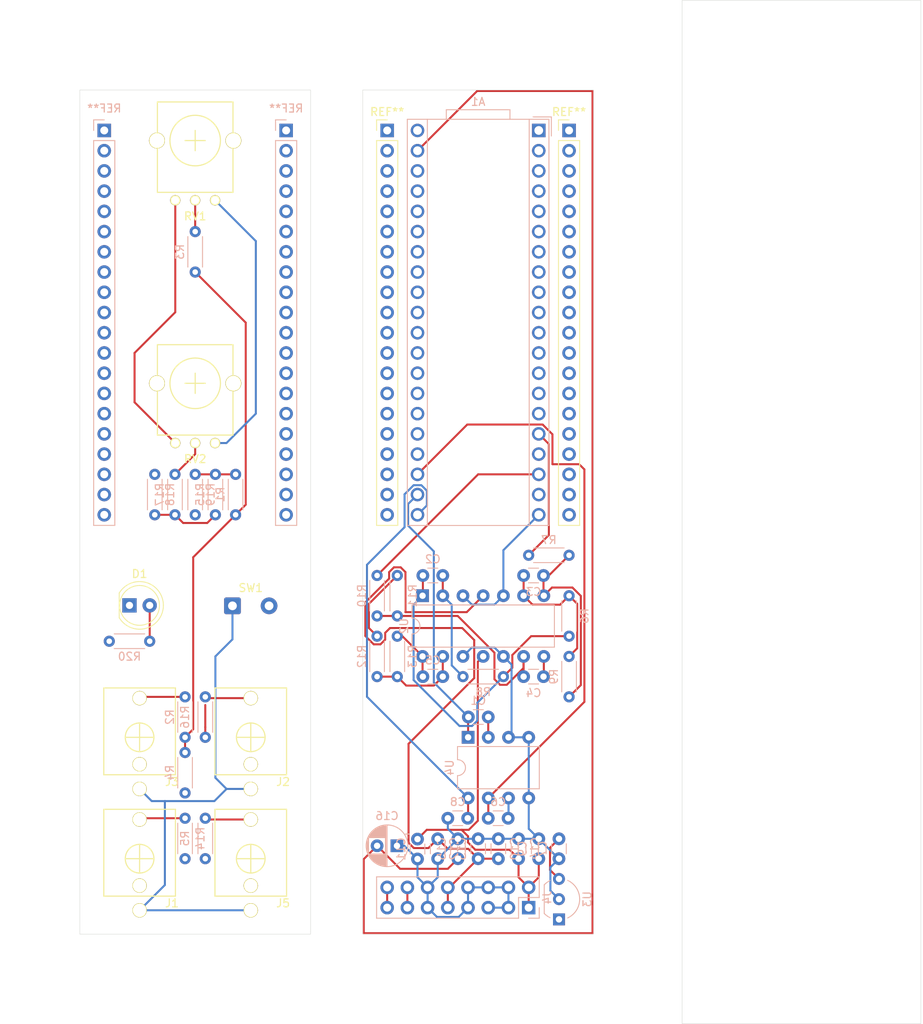
<source format=kicad_pcb>
(kicad_pcb (version 20240108) (generator "pcbnew") (generator_version "8.0")
  (layers (0 "F.Cu" signal) (31 "B.Cu" signal) (34 "B.Paste" user) (35 "F.Paste" user) (36 "B.SilkS" user "B.Silkscreen") (37 "F.SilkS" user "F.Silkscreen") (38 "B.Mask" user) (39 "F.Mask" user) (44 "Edge.Cuts" user))
  (net 0 "")
  (net 2 "ADC_IN_1")
  (net 8 "+5V")
  (net 21 "3V3_A")
  (net 22 "ADC_IN_0")
  (net 26 "GND")
  (net 27 "AUDIO_IN_L")
  (net 29 "AUDIO_OUT_L")
  (net 38 "Net-(U4A--)")
  (net 39 "Net-(U2A--)")
  (net 40 "Net-(C2-Pad2)")
  (net 41 "Net-(C3-Pad2)")
  (net 42 "Net-(U2B--)")
  (net 43 "Net-(C4-Pad2)")
  (net 44 "Net-(U2C--)")
  (net 45 "Net-(C5-Pad2)")
  (net 46 "Net-(U2D--)")
  (net 47 "Net-(U4B--)")
  (net 48 "-10V_REF")
  (net 49 "-12V")
  (net 50 "+12V")
  (net 52 "Net-(J1-PadT)")
  (net 54 "Net-(J2-PadT)")
  (net 56 "Net-(J3-PadT)")
  (net 57 "Net-(J4-CV-Pad13)")
  (net 58 "Net-(J4-GATE-Pad15)")
  (net 59 "Net-(J5-PadT)")
  (net 61 "Net-(R3-Pad1)")
  (net 62 "Net-(R17-Pad1)")
  (net 63 "LED_OUT")
  (net 64 "SWITCH_IN")
  (net 65 "Net-(D1-A)")
  (footprint "eurocad:PJ301M-12_T_S" (layer "F.Cu") (at 175.891981 117.93)
    (property "Reference" "J3")
    (property "Value" "DELAY_TIME_CV_INPUT")
  )
  (footprint "Connector_PinHeader_2.54mm:PinHeader_1x20_P2.54mm_Vertical" (layer "F.Cu") (at 207.01 41.73)
    (property "Reference" "REF**")
    (property "Value" "PinHeader_1x20_P2.54mm_Vertical")
  )
  (footprint "LED_THT:LED_D5.0mm" (layer "F.Cu") (at 174.621981 101.364123)
    (property "Reference" "D1")
    (property "Value" "LED")
  )
  (footprint "Library:Eurorack_Panel_ScrewHole_Oval" (layer "F.Cu") (at 269.24 150.9014)
    (property "Reference" "REF**" (hide yes))
    (property "Value" "Eurorack_Panel_ScrewHole_Oval" (hide yes))
  )
  (footprint "eurocad:PJ301M-12_T_S" (layer "F.Cu") (at 189.865 133.17)
    (property "Reference" "J5")
    (property "Value" "AUDIO_INPUT")
  )
  (footprint "eurocad:PJ301M-12_T_S" (layer "F.Cu") (at 175.895 133.17)
    (property "Reference" "J1")
    (property "Value" "AUDIO_OUTPUT")
  )
  (footprint "eurocad:PJ301M-12_T_S" (layer "F.Cu") (at 189.865 117.93)
    (property "Reference" "J2")
    (property "Value" "FEEDBACK_CV_INPUT")
  )
  (footprint "Library:Eurorack_Panel_ScrewHole_Oval" (layer "F.Cu") (at 248.92 28.3972)
    (property "Reference" "REF**" (hide yes))
    (property "Value" "Eurorack_Panel_ScrewHole_Oval" (hide yes))
  )
  (footprint "Connector_PinHeader_2.54mm:PinHeader_1x20_P2.54mm_Vertical" (layer "F.Cu") (at 229.87 41.73)
    (property "Reference" "REF**")
    (property "Value" "PinHeader_1x20_P2.54mm_Vertical")
  )
  (footprint "eurocad:Alpha9mmPot" (layer "F.Cu") (at 182.88 73.48)
    (property "Reference" "RV2")
    (property "Value" "FEEDBACK_POT_10K")
  )
  (footprint "eurocad:Alpha9mmPot" (layer "F.Cu") (at 182.88 43)
    (property "Reference" "RV1")
    (property "Value" "DELAY_TIME_POT_10K")
  )
  (footprint "Connector_Wire:SolderWire-0.5sqmm_1x02_P4.6mm_D0.9mm_OD2.1mm" (layer "F.Cu") (at 187.565 101.42)
    (property "Reference" "SW1")
    (property "Value" "SW_SPDT")
  )
  (footprint "Resistor_THT:R_Axial_DIN0204_L3.6mm_D1.6mm_P5.08mm_Horizontal" (layer "B.Cu") (at 208.28 110.31 90)
    (property "Reference" "R13")
    (property "Value" "100K")
  )
  (footprint "Capacitor_THT:C_Disc_D3.0mm_W1.6mm_P2.50mm" (layer "B.Cu") (at 226.06 130.67 -90)
    (property "Reference" "C9")
    (property "Value" "100nF")
  )
  (footprint "Resistor_THT:R_Axial_DIN0204_L3.6mm_D1.6mm_P5.08mm_Horizontal" (layer "B.Cu") (at 182.88 89.99 90)
    (property "Reference" "R19")
    (property "Value" "2K")
  )
  (footprint "Resistor_THT:R_Axial_DIN0204_L3.6mm_D1.6mm_P5.08mm_Horizontal" (layer "B.Cu") (at 177.8 89.99 90)
    (property "Reference" "R18")
    (property "Value" "66.5K")
  )
  (footprint "Capacitor_THT:C_Disc_D3.0mm_W1.6mm_P2.50mm" (layer "B.Cu") (at 210.82 130.71 -90)
    (property "Reference" "C11")
    (property "Value" "10µF")
  )
  (footprint "Connector_PinHeader_2.54mm:PinHeader_2x08_P2.54mm_Vertical" (layer "B.Cu") (at 224.79 139.314259 90)
    (property "Reference" "J4")
    (property "Value" "EURO_PWR_2x8")
  )
  (footprint "Resistor_THT:R_Axial_DIN0204_L3.6mm_D1.6mm_P5.08mm_Horizontal" (layer "B.Cu") (at 229.87 105.23 90)
    (property "Reference" "R6")
    (property "Value" "100K")
  )
  (footprint "Capacitor_THT:C_Disc_D3.0mm_W1.6mm_P2.50mm" (layer "B.Cu") (at 220.98 133.17 90)
    (property "Reference" "C10")
    (property "Value" "100nF")
  )
  (footprint "Package_DIP:DIP-14_W7.62mm" (layer "B.Cu") (at 211.455 100.15 -90)
    (property "Reference" "U2")
    (property "Value" "TL074")
  )
  (footprint "Capacitor_THT:C_Disc_D3.0mm_W1.6mm_P2.50mm" (layer "B.Cu") (at 224.155 97.61)
    (property "Reference" "C3")
    (property "Value" "560PF")
  )
  (footprint "Capacitor_THT:C_Disc_D3.0mm_W1.6mm_P2.50mm" (layer "B.Cu") (at 218.44 130.67 -90)
    (property "Reference" "C13")
    (property "Value" "100nF")
  )
  (footprint "Resistor_THT:R_Axial_DIN0204_L3.6mm_D1.6mm_P5.08mm_Horizontal" (layer "B.Cu") (at 181.606981 119.835 -90)
    (property "Reference" "R4")
    (property "Value" "66.5K")
  )
  (footprint "Capacitor_THT:C_Disc_D3.0mm_W1.6mm_P2.50mm" (layer "B.Cu") (at 223.52 133.17 90)
    (property "Reference" "C14")
    (property "Value" "100nF")
  )
  (footprint "Resistor_THT:R_Axial_DIN0204_L3.6mm_D1.6mm_P5.08mm_Horizontal" (layer "B.Cu") (at 205.74 105.23 -90)
    (property "Reference" "R12")
    (property "Value" "100K")
  )
  (footprint "Capacitor_THT:C_Disc_D3.0mm_W1.6mm_P2.50mm" (layer "B.Cu") (at 228.6 130.67 -90)
    (property "Reference" "C7")
    (property "Value" "100nF")
  )
  (footprint "Package_TO_SOT_THT:TO-92_Inline_Wide" (layer "B.Cu") (at 228.6 140.79 90)
    (property "Reference" "U3")
    (property "Value" "LM4040DBZ-10")
  )
  (footprint "Connector_PinSocket_2.54mm:PinSocket_1x20_P2.54mm_Vertical" (layer "B.Cu") (at 171.45 41.73 180)
    (property "Reference" "REF**")
    (property "Value" "PinSocket_1x20_P2.54mm_Vertical")
  )
  (footprint "Resistor_THT:R_Axial_DIN0204_L3.6mm_D1.6mm_P5.08mm_Horizontal" (layer "B.Cu") (at 205.74 97.61 -90)
    (property "Reference" "R10")
    (property "Value" "10K")
  )
  (footprint "Resistor_THT:R_Axial_DIN0204_L3.6mm_D1.6mm_P5.08mm_Horizontal" (layer "B.Cu") (at 185.42 84.91 -90)
    (property "Reference" "R15")
    (property "Value" "200K")
  )
  (footprint "Resistor_THT:R_Axial_DIN0204_L3.6mm_D1.6mm_P5.08mm_Horizontal" (layer "B.Cu") (at 216.535 110.31)
    (property "Reference" "R8")
    (property "Value" "100K")
  )
  (footprint "Capacitor_THT:C_Disc_D3.0mm_W1.6mm_P2.50mm" (layer "B.Cu") (at 219.71 115.38 180)
    (property "Reference" "C1")
    (property "Value" "10nF")
  )
  (footprint "Capacitor_THT:C_Disc_D3.0mm_W1.6mm_P2.50mm" (layer "B.Cu") (at 213.995 110.31 180)
    (property "Reference" "C5")
    (property "Value" "47PF")
  )
  (footprint "Resistor_THT:R_Axial_DIN0204_L3.6mm_D1.6mm_P5.08mm_Horizontal" (layer "B.Cu") (at 182.88 54.43 -90)
    (property "Reference" "R3")
    (property "Value" "66.5K")
  )
  (footprint "Resistor_THT:R_Axial_DIN0204_L3.6mm_D1.6mm_P5.08mm_Horizontal" (layer "B.Cu") (at 229.87 107.77 -90)
    (property "Reference" "R9")
    (property "Value" "10K")
  )
  (footprint "Resistor_THT:R_Axial_DIN0204_L3.6mm_D1.6mm_P5.08mm_Horizontal" (layer "B.Cu") (at 172.081981 105.865)
    (property "Reference" "R20")
    (property "Value" "1K")
  )
  (footprint "Resistor_THT:R_Axial_DIN0204_L3.6mm_D1.6mm_P5.08mm_Horizontal" (layer "B.Cu") (at 181.606981 133.17 90)
    (property "Reference" "R14")
    (property "Value" "1K")
  )
  (footprint "Resistor_THT:R_Axial_DIN0204_L3.6mm_D1.6mm_P5.08mm_Horizontal" (layer "B.Cu") (at 187.96 84.91 -90)
    (property "Reference" "R1")
    (property "Value" "200K")
  )
  (footprint "Package_DIP:DIP-8_W7.62mm" (layer "B.Cu") (at 217.18 117.93 -90)
    (property "Reference" "U4")
    (property "Value" "MCP6002-xP")
  )
  (footprint "Module:Electrosmith_Daisy_Seed" (layer "B.Cu") (at 226.06 41.73 180)
    (property "Reference" "A1")
    (property "Value" "Electrosmith_Daisy_Seed_Rev4")
  )
  (footprint "Capacitor_THT:C_Disc_D3.0mm_W1.6mm_P2.50mm" (layer "B.Cu") (at 224.155 110.31)
    (property "Reference" "C4")
    (property "Value" "47PF")
  )
  (footprint "Resistor_THT:R_Axial_DIN0204_L3.6mm_D1.6mm_P5.08mm_Horizontal" (layer "B.Cu") (at 208.28 102.69 90)
    (property "Reference" "R11")
    (property "Value" "100K")
  )
  (footprint "Capacitor_THT:CP_Radial_D5.0mm_P2.50mm" (layer "B.Cu") (at 208.24 131.55 180)
    (property "Reference" "C16")
    (property "Value" "220µF")
  )
  (footprint "Resistor_THT:R_Axial_DIN0204_L3.6mm_D1.6mm_P5.08mm_Horizontal" (layer "B.Cu") (at 184.15 112.85 -90)
    (property "Reference" "R16")
    (property "Value" "100K")
  )
  (footprint "Capacitor_THT:C_Disc_D3.0mm_W1.6mm_P2.50mm" (layer "B.Cu") (at 222.21 128.09 180)
    (property "Reference" "C6")
    (property "Value" "10nF")
  )
  (footprint "Connector_PinSocket_2.54mm:PinSocket_1x20_P2.54mm_Vertical" (layer "B.Cu") (at 194.31 41.73 180)
    (property "Reference" "REF**")
    (property "Value" "PinSocket_1x20_P2.54mm_Vertical")
  )
  (footprint "Capacitor_THT:C_Disc_D3.0mm_W1.6mm_P2.50mm" (layer "B.Cu") (at 215.9 130.67 -90)
    (property "Reference" "C15")
    (property "Value" "10µF")
  )
  (footprint "Resistor_THT:R_Axial_DIN0204_L3.6mm_D1.6mm_P5.08mm_Horizontal" (layer "B.Cu") (at 181.606981 112.85 -90)
    (property "Reference" "R2")
    (property "Value" "100K")
  )
  (footprint "Capacitor_THT:C_Disc_D3.0mm_W1.6mm_P2.50mm" (layer "B.Cu") (at 213.36 133.17 90)
    (property "Reference" "C12")
    (property "Value" "10µF")
  )
  (footprint "Capacitor_THT:C_Disc_D3.0mm_W1.6mm_P2.50mm" (layer "B.Cu") (at 217.13 128.09 180)
    (property "Reference" "C8")
    (property "Value" "100nF")
  )
  (footprint "Resistor_THT:R_Axial_DIN0204_L3.6mm_D1.6mm_P5.08mm_Horizontal" (layer "B.Cu") (at 184.15 128.09 -90)
    (property "Reference" "R5")
    (property "Value" "100K")
  )
  (footprint "Capacitor_THT:C_Disc_D3.0mm_W1.6mm_P2.50mm" (layer "B.Cu") (at 213.995 97.61 180)
    (property "Reference" "C2")
    (property "Value" "47PF")
  )
  (footprint "Resistor_THT:R_Axial_DIN0204_L3.6mm_D1.6mm_P5.08mm_Horizontal" (layer "B.Cu") (at 180.34 84.91 -90)
    (property "Reference" "R17")
    (property "Value" "66.5K")
  )
  (footprint "Resistor_THT:R_Axial_DIN0204_L3.6mm_D1.6mm_P5.08mm_Horizontal" (layer "B.Cu") (at 229.87 95.07 180)
    (property "Reference" "R7")
    (property "Value" "1K")
  )
  (gr_rect (start 168.38 36.65) (end 197.38 142.65) (stroke (width 0.05)) (fill none) (layer "Edge.Cuts"))
  (gr_rect (start 244.08 25.4) (end 274.08 153.9) (stroke (width 0.05)) (fill none) (layer "Edge.Cuts"))
  (gr_rect (start 203.94 36.65) (end 232.94 142.65) (stroke (width 0.05)) (fill none) (layer "Edge.Cuts"))
  (segment (start 219.72 125.55) (end 231.795 113.475) (width 0.25) (layer "F.Cu") (net 2))
  (segment (start 231.14 83.64) (end 227.78 83.64) (width 0.25) (layer "F.Cu") (net 2))
  (segment (start 227.78 83.64) (end 227.78 79.888299) (width 0.25) (layer "F.Cu") (net 2))
  (segment (start 227.78 79.888299) (end 226.546701 78.655) (width 0.25) (layer "F.Cu") (net 2))
  (segment (start 217.075 78.655) (end 210.82 84.91) (width 0.25) (layer "F.Cu") (net 2))
  (segment (start 231.795 113.475) (end 231.795 84.295) (width 0.25) (layer "F.Cu") (net 2))
  (segment (start 226.546701 78.655) (end 217.075 78.655) (width 0.25) (layer "F.Cu") (net 2))
  (segment (start 219.72 128.08) (end 219.71 128.09) (width 0.25) (layer "F.Cu") (net 2))
  (segment (start 231.795 84.295) (end 231.14 83.64) (width 0.25) (layer "F.Cu") (net 2))
  (segment (start 219.72 125.55) (end 219.72 128.08) (width 0.25) (layer "F.Cu") (net 2))
  (segment (start 214.63 134.44) (end 215.9 133.17) (width 0.25) (layer "F.Cu") (net 8))
  (segment (start 232.815 142.525) (end 232.815 36.775) (width 0.25) (layer "F.Cu") (net 8))
  (segment (start 218.315 36.775) (end 210.82 44.27) (width 0.25) (layer "F.Cu") (net 8))
  (segment (start 204.065 142.525) (end 232.815 142.525) (width 0.25) (layer "F.Cu") (net 8))
  (segment (start 208.63 134.44) (end 214.63 134.44) (width 0.25) (layer "F.Cu") (net 8))
  (segment (start 232.815 36.775) (end 218.315 36.775) (width 0.25) (layer "F.Cu") (net 8))
  (segment (start 204.065 133.225) (end 204.065 142.525) (width 0.25) (layer "F.Cu") (net 8))
  (segment (start 205.74 131.55) (end 208.63 134.44) (width 0.25) (layer "F.Cu") (net 8))
  (segment (start 205.74 131.55) (end 204.065 133.225) (width 0.25) (layer "F.Cu") (net 8))
  (segment (start 180.38 80.98) (end 175.26 75.86) (width 0.25) (layer "F.Cu") (net 21))
  (segment (start 175.26 69.67) (end 180.38 64.55) (width 0.25) (layer "F.Cu") (net 21))
  (segment (start 175.26 75.86) (end 175.26 69.67) (width 0.25) (layer "F.Cu") (net 21))
  (segment (start 217.18 128.04) (end 217.13 128.09) (width 0.25) (layer "F.Cu") (net 21))
  (segment (start 180.38 64.55) (end 180.38 50.5) (width 0.25) (layer "F.Cu") (net 21))
  (segment (start 217.18 125.55) (end 217.18 128.04) (width 0.25) (layer "F.Cu") (net 21))
  (segment (start 209.195 87.413299) (end 210.333299 86.275) (width 0.25) (layer "B.Cu") (net 21))
  (segment (start 210.333299 86.275) (end 211.306701 86.275) (width 0.25) (layer "B.Cu") (net 21))
  (segment (start 211.995 86.963299) (end 211.995 88.815) (width 0.25) (layer "B.Cu") (net 21))
  (segment (start 211.995 88.815) (end 210.82 89.99) (width 0.25) (layer "B.Cu") (net 21))
  (segment (start 204.47 112.84) (end 204.47 96.266396) (width 0.25) (layer "B.Cu") (net 21))
  (segment (start 217.18 125.55) (end 204.47 112.84) (width 0.25) (layer "B.Cu") (net 21))
  (segment (start 211.306701 86.275) (end 211.995 86.963299) (width 0.25) (layer "B.Cu") (net 21))
  (segment (start 204.47 96.266396) (end 209.195 91.541396) (width 0.25) (layer "B.Cu") (net 21))
  (segment (start 209.195 91.541396) (end 209.195 87.413299) (width 0.25) (layer "B.Cu") (net 21))
  (segment (start 217.18 115.41) (end 217.21 115.38) (width 0.25) (layer "F.Cu") (net 22))
  (segment (start 217.18 117.93) (end 217.18 115.41) (width 0.25) (layer "F.Cu") (net 22))
  (segment (start 209.645 88.625) (end 210.82 87.45) (width 0.25) (layer "B.Cu") (net 22))
  (segment (start 212.87 94.58) (end 209.645 91.355) (width 0.25) (layer "B.Cu") (net 22))
  (segment (start 217.21 115.38) (end 212.87 111.04) (width 0.25) (layer "B.Cu") (net 22))
  (segment (start 209.645 91.355) (end 209.645 88.625) (width 0.25) (layer "B.Cu") (net 22))
  (segment (start 212.87 111.04) (end 212.87 94.58) (width 0.25) (layer "B.Cu") (net 22))
  (segment (start 212.09 139.314259) (end 212.09 136.774259) (width 0.25) (layer "B.Cu") (net 26))
  (segment (start 222.25 139.314259) (end 219.71 139.314259) (width 0.25) (layer "B.Cu") (net 26))
  (segment (start 209.16 131.55) (end 210.82 133.21) (width 0.25) (layer "B.Cu") (net 26))
  (segment (start 224.8 125.55) (end 224.8 129.41) (width 0.25) (layer "B.Cu") (net 26))
  (segment (start 222.26 117.93) (end 224.8 117.93) (width 0.25) (layer "B.Cu") (net 26))
  (segment (start 220.49 106.645) (end 221.615 107.77) (width 0.25) (layer "B.Cu") (net 26))
  (segment (start 224.8 129.41) (end 226.06 130.67) (width 0.25) (layer "B.Cu") (net 26))
  (segment (start 185.38 50.5) (end 190.5 55.62) (width 0.25) (layer "B.Cu") (net 26))
  (segment (start 179.07 125.94) (end 185.29 125.94) (width 0.25) (layer "B.Cu") (net 26))
  (segment (start 190.5 77.29) (end 186.81 80.98) (width 0.25) (layer "B.Cu") (net 26))
  (segment (start 187.565 105.625) (end 185.42 107.77) (width 0.25) (layer "B.Cu") (net 26))
  (segment (start 222.64 108.795) (end 222.64 117.55) (width 0.25) (layer "B.Cu") (net 26))
  (segment (start 179.07 136.475) (end 179.07 125.94) (width 0.25) (layer "B.Cu") (net 26))
  (segment (start 221.615 94.435) (end 221.615 100.15) (width 0.25) (layer "B.Cu") (net 26))
  (segment (start 186.81 80.98) (end 185.38 80.98) (width 0.25) (layer "B.Cu") (net 26))
  (segment (start 213.4 133.17) (end 213.36 133.17) (width 0.25) (layer "B.Cu") (net 26))
  (segment (start 227.525 137.175) (end 227.525 134.245) (width 0.25) (layer "B.Cu") (net 26))
  (segment (start 185.29 125.94) (end 186.82 124.41) (width 0.25) (layer "B.Cu") (net 26))
  (segment (start 185.42 123.01) (end 186.82 124.41) (width 0.25) (layer "B.Cu") (net 26))
  (segment (start 175.895 139.65) (end 189.865 139.65) (width 0.25) (layer "B.Cu") (net 26))
  (segment (start 214.63 129.4) (end 215.9 130.67) (width 0.25) (layer "B.Cu") (net 26))
  (segment (start 214.63 128.09) (end 214.63 129.4) (width 0.25) (layer "B.Cu") (net 26))
  (segment (start 186.82 124.41) (end 189.865 124.41) (width 0.25) (layer "B.Cu") (net 26))
  (segment (start 228.56 133.17) (end 228.6 133.17) (width 0.25) (layer "B.Cu") (net 26))
  (segment (start 218.44 130.67) (end 220.98 130.67) (width 0.25) (layer "B.Cu") (net 26))
  (segment (start 215.995 140.489259) (end 213.265 140.489259) (width 0.25) (layer "B.Cu") (net 26))
  (segment (start 213.36 133.17) (end 213.36 135.504259) (width 0.25) (layer "B.Cu") (net 26))
  (segment (start 226.06 89.99) (end 221.615 94.435) (width 0.25) (layer "B.Cu") (net 26))
  (segment (start 187.565 101.42) (end 187.565 105.625) (width 0.25) (layer "B.Cu") (net 26))
  (segment (start 185.42 107.77) (end 185.42 123.01) (width 0.25) (layer "B.Cu") (net 26))
  (segment (start 217.66 106.645) (end 220.49 106.645) (width 0.25) (layer "B.Cu") (net 26))
  (segment (start 215.9 130.67) (end 218.44 130.67) (width 0.25) (layer "B.Cu") (net 26))
  (segment (start 215.9 130.67) (end 213.4 133.17) (width 0.25) (layer "B.Cu") (net 26))
  (segment (start 223.52 130.67) (end 226.06 130.67) (width 0.25) (layer "B.Cu") (net 26))
  (segment (start 221.615 100.15) (end 220.49 101.275) (width 0.25) (layer "B.Cu") (net 26))
  (segment (start 228.6 138.25) (end 227.525 137.175) (width 0.25) (layer "B.Cu") (net 26))
  (segment (start 222.25 136.774259) (end 219.71 136.774259) (width 0.25) (layer "B.Cu") (net 26))
  (segment (start 219.71 136.774259) (end 217.17 136.774259) (width 0.25) (layer "B.Cu") (net 26))
  (segment (start 177.421981 125.94) (end 179.07 125.94) (width 0.25) (layer "B.Cu") (net 26))
  (segment (start 175.895 139.65) (end 179.07 136.475) (width 0.25) (layer "B.Cu") (net 26))
  (segment (start 217.66 101.275) (end 216.535 100.15) (width 0.25) (layer "B.Cu") (net 26))
  (segment (start 222.25 136.774259) (end 222.25 139.314259) (width 0.25) (layer "B.Cu") (net 26))
  (segment (start 217.17 136.774259) (end 217.17 139.314259) (width 0.25) (layer "B.Cu") (net 26))
  (segment (start 210.82 135.504259) (end 212.09 136.774259) (width 0.25) (layer "B.Cu") (net 26))
  (segment (start 220.49 101.275) (end 217.66 101.275) (width 0.25) (layer "B.Cu") (net 26))
  (segment (start 213.36 135.504259) (end 212.09 136.774259) (width 0.25) (layer "B.Cu") (net 26))
  (segment (start 226.06 130.67) (end 228.56 133.17) (width 0.25) (layer "B.Cu") (net 26))
  (segment (start 224.8 117.93) (end 224.8 125.55) (width 0.25) (layer "B.Cu") (net 26))
  (segment (start 220.98 130.67) (end 223.52 130.67) (width 0.25) (layer "B.Cu") (net 26))
  (segment (start 221.615 107.77) (end 222.64 108.795) (width 0.25) (layer "B.Cu") (net 26))
  (segment (start 175.891981 124.41) (end 177.421981 125.94) (width 0.25) (layer "B.Cu") (net 26))
  (segment (start 216.535 107.77) (end 217.66 106.645) (width 0.25) (layer "B.Cu") (net 26))
  (segment (start 213.265 140.489259) (end 212.09 139.314259) (width 0.25) (layer "B.Cu") (net 26))
  (segment (start 210.82 133.21) (end 210.82 135.504259) (width 0.25) (layer "B.Cu") (net 26))
  (segment (start 222.64 117.55) (end 222.26 117.93) (width 0.25) (layer "B.Cu") (net 26))
  (segment (start 208.24 131.55) (end 209.16 131.55) (width 0.25) (layer "B.Cu") (net 26))
  (segment (start 227.525 134.245) (end 228.6 133.17) (width 0.25) (layer "B.Cu") (net 26))
  (segment (start 190.5 55.62) (end 190.5 77.29) (width 0.25) (layer "B.Cu") (net 26))
  (segment (start 217.17 139.314259) (end 215.995 140.489259) (width 0.25) (layer "B.Cu") (net 26))
  (segment (start 227.33 92.53) (end 227.33 81.1) (width 0.25) (layer "F.Cu") (net 27))
  (segment (start 224.79 95.07) (end 227.33 92.53) (width 0.25) (layer "F.Cu") (net 27))
  (segment (start 227.33 81.1) (end 226.06 79.83) (width 0.25) (layer "F.Cu") (net 27))
  (segment (start 226.06 84.91) (end 218.44 84.91) (width 0.25) (layer "F.Cu") (net 29))
  (segment (start 218.44 84.91) (end 205.74 97.61) (width 0.25) (layer "F.Cu") (net 29))
  (segment (start 182.88 59.51) (end 189.23 65.86) (width 0.25) (layer "F.Cu") (net 38))
  (segment (start 182.631981 95.318019) (end 182.631981 116.905) (width 0.25) (layer "F.Cu") (net 38))
  (segment (start 187.96 89.99) (end 182.631981 95.318019) (width 0.25) (layer "F.Cu") (net 38))
  (segment (start 219.71 117.92) (end 219.72 117.93) (width 0.25) (layer "F.Cu") (net 38))
  (segment (start 181.606981 117.93) (end 181.606981 119.835) (width 0.25) (layer "F.Cu") (net 38))
  (segment (start 182.631981 116.905) (end 181.606981 117.93) (width 0.25) (layer "F.Cu") (net 38))
  (segment (start 189.23 65.86) (end 189.23 88.72) (width 0.25) (layer "F.Cu") (net 38))
  (segment (start 219.71 115.38) (end 219.71 117.92) (width 0.25) (layer "F.Cu") (net 38))
  (segment (start 189.23 88.72) (end 187.96 89.99) (width 0.25) (layer "F.Cu") (net 38))
  (segment (start 213.995 97.61) (end 213.995 100.15) (width 0.25) (layer "F.Cu") (net 39))
  (segment (start 215.12 101.275) (end 215.12 108.895) (width 0.25) (layer "B.Cu") (net 39))
  (segment (start 215.12 108.895) (end 216.535 110.31) (width 0.25) (layer "B.Cu") (net 39))
  (segment (start 213.995 100.15) (end 215.12 101.275) (width 0.25) (layer "B.Cu") (net 39))
  (segment (start 222.74 107.594009) (end 222.74 109.185) (width 0.25) (layer "F.Cu") (net 40))
  (segment (start 229.87 105.23) (end 225.104009 105.23) (width 0.25) (layer "F.Cu") (net 40))
  (segment (start 211.495 100.11) (end 211.455 100.15) (width 0.25) (layer "F.Cu") (net 40))
  (segment (start 211.495 97.61) (end 211.495 100.11) (width 0.25) (layer "F.Cu") (net 40))
  (segment (start 222.74 109.185) (end 221.615 110.31) (width 0.25) (layer "F.Cu") (net 40))
  (segment (start 225.104009 105.23) (end 222.74 107.594009) (width 0.25) (layer "F.Cu") (net 40))
  (segment (start 211.455 100.15) (end 210.33 101.275) (width 0.25) (layer "B.Cu") (net 40))
  (segment (start 218.335 115.845991) (end 218.335 113.59) (width 0.25) (layer "B.Cu") (net 40))
  (segment (start 218.335 113.59) (end 221.615 110.31) (width 0.25) (layer "B.Cu") (net 40))
  (segment (start 210.33 101.275) (end 210.33 110.735991) (width 0.25) (layer "B.Cu") (net 40))
  (segment (start 217.675991 116.505) (end 218.335 115.845991) (width 0.25) (layer "B.Cu") (net 40))
  (segment (start 216.099009 116.505) (end 217.675991 116.505) (width 0.25) (layer "B.Cu") (net 40))
  (segment (start 210.33 110.735991) (end 216.099009 116.505) (width 0.25) (layer "B.Cu") (net 40))
  (segment (start 231.345 111.375) (end 231.345 100.175431) (width 0.25) (layer "F.Cu") (net 41))
  (segment (start 229.87 95.07) (end 227.33 97.61) (width 0.25) (layer "F.Cu") (net 41))
  (segment (start 231.345 100.175431) (end 230.294569 99.125) (width 0.25) (layer "F.Cu") (net 41))
  (segment (start 227.72 99.125) (end 226.695 100.15) (width 0.25) (layer "F.Cu") (net 41))
  (segment (start 230.294569 99.125) (end 227.72 99.125) (width 0.25) (layer "F.Cu") (net 41))
  (segment (start 229.87 112.85) (end 231.345 111.375) (width 0.25) (layer "F.Cu") (net 41))
  (segment (start 226.655 100.11) (end 226.695 100.15) (width 0.25) (layer "F.Cu") (net 41))
  (segment (start 226.655 97.61) (end 226.655 100.11) (width 0.25) (layer "F.Cu") (net 41))
  (segment (start 227.33 97.61) (end 226.655 97.61) (width 0.25) (layer "F.Cu") (net 41))
  (segment (start 224.155 100.15) (end 225.28 101.275) (width 0.25) (layer "F.Cu") (net 42))
  (segment (start 225.28 101.275) (end 228.745 101.275) (width 0.25) (layer "F.Cu") (net 42))
  (segment (start 228.745 101.275) (end 229.87 100.15) (width 0.25) (layer "F.Cu") (net 42))
  (segment (start 224.155 97.61) (end 224.155 100.15) (width 0.25) (layer "F.Cu") (net 42))
  (segment (start 230.895 101.175) (end 230.895 106.745) (width 0.25) (layer "F.Cu") (net 42))
  (segment (start 229.87 100.15) (end 230.895 101.175) (width 0.25) (layer "F.Cu") (net 42))
  (segment (start 230.895 106.745) (end 229.87 107.77) (width 0.25) (layer "F.Cu") (net 42))
  (segment (start 204.715 101.175) (end 208.28 97.61) (width 0.25) (layer "F.Cu") (net 43))
  (segment (start 205.74 105.23) (end 204.715 104.205) (width 0.25) (layer "F.Cu") (net 43))
  (segment (start 226.695 110.27) (end 226.655 110.31) (width 0.25) (layer "F.Cu") (net 43))
  (segment (start 204.715 104.205) (end 204.715 101.175) (width 0.25) (layer "F.Cu") (net 43))
  (segment (start 226.695 107.77) (end 226.695 110.27) (width 0.25) (layer "F.Cu") (net 43))
  (segment (start 224.155 109.219569) (end 224.155 107.77) (width 0.25) (layer "F.Cu") (net 44))
  (segment (start 221.190431 111.335) (end 222.039569 111.335) (width 0.25) (layer "F.Cu") (net 44))
  (segment (start 220.49 110.634569) (end 221.190431 111.335) (width 0.25) (layer "F.Cu") (net 44))
  (segment (start 220.49 107.304009) (end 220.49 110.634569) (width 0.25) (layer "F.Cu") (net 44))
  (segment (start 224.155 107.77) (end 224.155 110.31) (width 0.25) (layer "F.Cu") (net 44))
  (segment (start 205.74 102.69) (end 208.28 102.69) (width 0.25) (layer "F.Cu") (net 44))
  (segment (start 208.28 102.69) (end 215.875991 102.69) (width 0.25) (layer "F.Cu") (net 44))
  (segment (start 222.039569 111.335) (end 224.155 109.219569) (width 0.25) (layer "F.Cu") (net 44))
  (segment (start 215.875991 102.69) (end 220.49 107.304009) (width 0.25) (layer "F.Cu") (net 44))
  (segment (start 211.455 110.27) (end 211.495 110.31) (width 0.25) (layer "F.Cu") (net 45))
  (segment (start 211.455 107.77) (end 208.915 105.23) (width 0.25) (layer "F.Cu") (net 45))
  (segment (start 208.915 105.23) (end 208.28 105.23) (width 0.25) (layer "F.Cu") (net 45))
  (segment (start 211.455 107.77) (end 211.455 110.27) (width 0.25) (layer "F.Cu") (net 45))
  (segment (start 205.74 110.31) (end 208.28 110.31) (width 0.25) (layer "F.Cu") (net 46))
  (segment (start 213.995 107.77) (end 213.995 110.31) (width 0.25) (layer "F.Cu") (net 46))
  (segment (start 212.87 111.435) (end 213.995 110.31) (width 0.25) (layer "F.Cu") (net 46))
  (segment (start 209.405 111.435) (end 212.87 111.435) (width 0.25) (layer "F.Cu") (net 46))
  (segment (start 208.28 110.31) (end 209.405 111.435) (width 0.25) (layer "F.Cu") (net 46))
  (segment (start 181.365 91.015) (end 180.34 89.99) (width 0.25) (layer "F.Cu") (net 47))
  (segment (start 185.42 89.99) (end 184.395 91.015) (width 0.25) (layer "F.Cu") (net 47))
  (segment (start 177.8 89.99) (end 180.34 89.99) (width 0.25) (layer "F.Cu") (net 47))
  (segment (start 184.15 117.93) (end 184.15 116.66) (width 0.25) (layer "F.Cu") (net 47))
  (segment (start 184.15 116.66) (end 184.15 113.875) (width 0.25) (layer "F.Cu") (net 47))
  (segment (start 184.395 91.015) (end 181.365 91.015) (width 0.25) (layer "F.Cu") (net 47))
  (segment (start 222.26 128.04) (end 222.21 128.09) (width 0.25) (layer "B.Cu") (net 47))
  (segment (start 222.26 125.55) (end 222.26 128.04) (width 0.25) (layer "B.Cu") (net 47))
  (segment (start 182.88 84.91) (end 185.42 84.91) (width 0.25) (layer "F.Cu") (net 48))
  (segment (start 227.475 131.795) (end 228.6 130.67) (width 0.25) (layer "F.Cu") (net 48))
  (segment (start 228.6 135.71) (end 227.475 134.585) (width 0.25) (layer "F.Cu") (net 48))
  (segment (start 185.42 84.91) (end 187.96 84.91) (width 0.25) (layer "F.Cu") (net 48))
  (segment (start 227.475 134.585) (end 227.475 131.795) (width 0.25) (layer "F.Cu") (net 48))
  (segment (start 216.365991 129.545) (end 217.17 130.349009) (width 0.25) (layer "F.Cu") (net 49))
  (segment (start 222.395 132.045) (end 223.52 133.17) (width 0.25) (layer "F.Cu") (net 49))
  (segment (start 224.79 136.774259) (end 224.79 139.314259) (width 0.25) (layer "F.Cu") (net 49))
  (segment (start 223.52 135.504259) (end 224.79 136.774259) (width 0.25) (layer "F.Cu") (net 49))
  (segment (start 211.985 129.545) (end 216.365991 129.545) (width 0.25) (layer "F.Cu") (net 49))
  (segment (start 218.4 128.410991) (end 217.265991 129.545) (width 0.25) (layer "F.Cu") (net 49))
  (segment (start 218.4 108.445) (end 218.4 128.410991) (width 0.25) (layer "F.Cu") (net 49))
  (segment (start 217.265991 129.545) (end 216.365991 129.545) (width 0.25) (layer "F.Cu") (net 49))
  (segment (start 210.82 130.71) (end 211.985 129.545) (width 0.25) (layer "F.Cu") (net 49))
  (segment (start 223.52 133.17) (end 223.52 135.504259) (width 0.25) (layer "F.Cu") (net 49))
  (segment (start 218.079009 132.045) (end 222.395 132.045) (width 0.25) (layer "F.Cu") (net 49))
  (segment (start 226.06 135.504259) (end 224.79 136.774259) (width 0.25) (layer "F.Cu") (net 49))
  (segment (start 217.17 131.135991) (end 218.079009 132.045) (width 0.25) (layer "F.Cu") (net 49))
  (segment (start 226.06 133.17) (end 226.06 135.504259) (width 0.25) (layer "F.Cu") (net 49))
  (segment (start 217.17 130.349009) (end 217.17 131.135991) (width 0.25) (layer "F.Cu") (net 49))
  (segment (start 219.075 107.77) (end 218.4 108.445) (width 0.25) (layer "F.Cu") (net 49))
  (segment (start 209.305 97.185431) (end 209.305 102.214569) (width 0.25) (layer "F.Cu") (net 50))
  (segment (start 214.63 131.94) (end 213.36 130.67) (width 0.25) (layer "F.Cu") (net 50))
  (segment (start 206.164569 106.255) (end 205.315431 106.255) (width 0.25) (layer "F.Cu") (net 50))
  (segment (start 216.435001 104.205) (end 207.365431 104.205) (width 0.25) (layer "F.Cu") (net 50))
  (segment (start 218.44 133.17) (end 220.98 133.17) (width 0.25) (layer "F.Cu") (net 50))
  (segment (start 210.354009 131.835) (end 209.695 131.175991) (width 0.25) (layer "F.Cu") (net 50))
  (segment (start 217.21 131.94) (end 214.63 131.94) (width 0.25) (layer "F.Cu") (net 50))
  (segment (start 209.305 102.214569) (end 217.010431 102.214569) (width 0.25) (layer "F.Cu") (net 50))
  (segment (start 217.010431 102.214569) (end 219.075 100.15) (width 0.25) (layer "F.Cu") (net 50))
  (segment (start 218.44 133.17) (end 214.835741 136.774259) (width 0.25) (layer "F.Cu") (net 50))
  (segment (start 207.255 97.185431) (end 207.855431 96.585) (width 0.25) (layer "F.Cu") (net 50))
  (segment (start 208.704569 96.585) (end 209.305 97.185431) (width 0.25) (layer "F.Cu") (net 50))
  (segment (start 204.265 105.204569) (end 204.265 100.988604) (width 0.25) (layer "F.Cu") (net 50))
  (segment (start 206.765 104.805431) (end 206.765 105.654569) (width 0.25) (layer "F.Cu") (net 50))
  (segment (start 207.255 97.998604) (end 207.255 97.185431) (width 0.25) (layer "F.Cu") (net 50))
  (segment (start 214.63 136.774259) (end 214.63 139.314259) (width 0.25) (layer "F.Cu") (net 50))
  (segment (start 217.95 110.485991) (end 217.95 105.719999) (width 0.25) (layer "F.Cu") (net 50))
  (segment (start 205.315431 106.255) (end 204.265 105.204569) (width 0.25) (layer "F.Cu") (net 50))
  (segment (start 213.36 130.67) (end 212.195 131.835) (width 0.25) (layer "F.Cu") (net 50))
  (segment (start 207.855431 96.585) (end 208.704569 96.585) (width 0.25) (layer "F.Cu") (net 50))
  (segment (start 218.44 133.17) (end 217.21 131.94) (width 0.25) (layer "F.Cu") (net 50))
  (segment (start 212.195 131.835) (end 210.354009 131.835) (width 0.25) (layer "F.Cu") (net 50))
  (segment (start 217.95 105.719999) (end 216.435001 104.205) (width 0.25) (layer "F.Cu") (net 50))
  (segment (start 207.365431 104.205) (end 206.765 104.805431) (width 0.25) (layer "F.Cu") (net 50))
  (segment (start 209.695 118.740991) (end 217.95 110.485991) (width 0.25) (layer "F.Cu") (net 50))
  (segment (start 206.765 105.654569) (end 206.164569 106.255) (width 0.25) (layer "F.Cu") (net 50))
  (segment (start 209.695 131.175991) (end 209.695 118.740991) (width 0.25) (layer "F.Cu") (net 50))
  (segment (start 214.835741 136.774259) (end 214.63 136.774259) (width 0.25) (layer "F.Cu") (net 50))
  (segment (start 204.265 100.988604) (end 207.255 97.998604) (width 0.25) (layer "F.Cu") (net 50))
  (segment (start 176.055 128.09) (end 175.895 128.25) (width 0.25) (layer "F.Cu") (net 52))
  (segment (start 181.606981 128.09) (end 176.055 128.09) (width 0.25) (layer "F.Cu") (net 52))
  (segment (start 184.31 113.01) (end 184.15 112.85) (width 0.25) (layer "F.Cu") (net 54))
  (segment (start 189.865 113.01) (end 184.31 113.01) (width 0.25) (layer "F.Cu") (net 54))
  (segment (start 176.051981 112.85) (end 175.891981 113.01) (width 0.25) (layer "F.Cu") (net 56))
  (segment (start 181.606981 112.85) (end 176.051981 112.85) (width 0.25) (layer "F.Cu") (net 56))
  (segment (start 209.55 136.774259) (end 209.55 139.314259) (width 0.25) (layer "F.Cu") (net 57))
  (segment (start 207.01 136.774259) (end 207.01 139.314259) (width 0.25) (layer "F.Cu") (net 58))
  (segment (start 184.31 128.25) (end 184.15 128.09) (width 0.25) (layer "F.Cu") (net 59))
  (segment (start 189.865 128.25) (end 184.31 128.25) (width 0.25) (layer "F.Cu") (net 59))
  (segment (start 182.88 50.5) (end 182.88 54.43) (width 0.25) (layer "F.Cu") (net 61))
  (segment (start 182.88 80.98) (end 182.88 82.37) (width 0.25) (layer "F.Cu") (net 62))
  (segment (start 182.88 82.37) (end 180.34 84.91) (width 0.25) (layer "F.Cu") (net 62))
  (segment (start 177.161981 101.364123) (end 177.161981 105.865) (width 0.25) (layer "F.Cu") (net 65))
)
</source>
